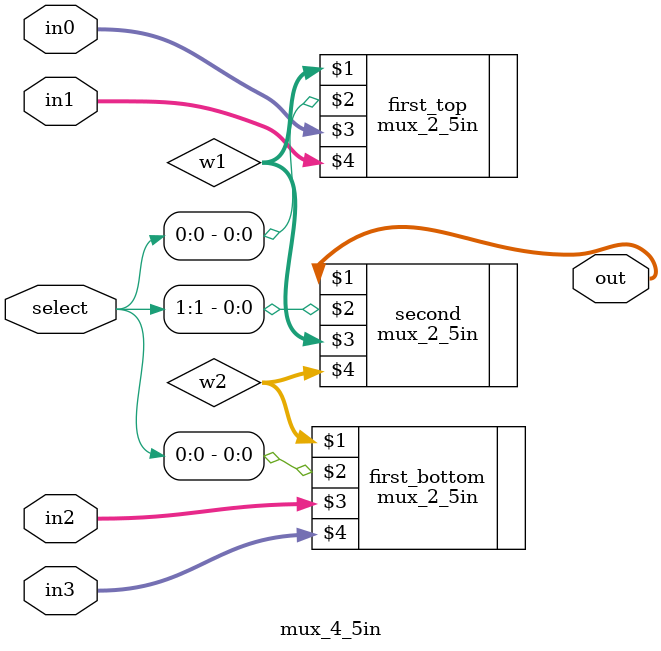
<source format=v>
module mux_4_5in(out, select, in0, in1, in2, in3);
    input [1:0] select;
    input [4:0] in0, in1, in2, in3;
    output [4:0] out;
    wire [4:0] w1, w2;
    mux_2_5in first_top(w1, select[0], in0, in1);
    mux_2_5in first_bottom(w2, select[0], in2, in3);
    mux_2_5in second(out, select[1], w1, w2);
endmodule
</source>
